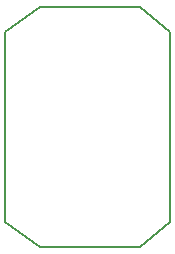
<source format=gko>
G04 DipTrace 2.4.0.2*
%IN4P-RGB-Strip.gko*%
%MOMM*%
%ADD11C,0.14*%
%FSLAX53Y53*%
G04*
G71*
G90*
G75*
G01*
%LNBoardOutline*%
%LPD*%
X10000Y28199D2*
D11*
X12959Y30320D1*
X21430D1*
X23970Y28199D1*
Y12121D1*
X21430Y10000D1*
X12959D1*
X10000Y12121D1*
Y28199D1*
M02*

</source>
